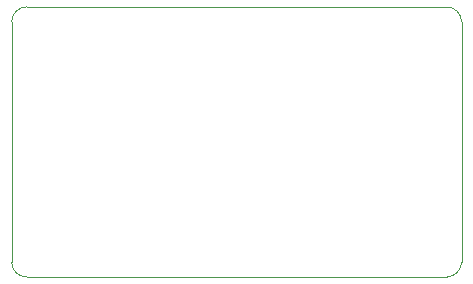
<source format=gbr>
%TF.GenerationSoftware,KiCad,Pcbnew,(5.1.10)-1*%
%TF.CreationDate,2023-02-26T17:14:06+05:00*%
%TF.ProjectId,Open_Loop_DC_Motor_Speed_Control_Project,4f70656e-5f4c-46f6-9f70-5f44435f4d6f,rev?*%
%TF.SameCoordinates,Original*%
%TF.FileFunction,Profile,NP*%
%FSLAX46Y46*%
G04 Gerber Fmt 4.6, Leading zero omitted, Abs format (unit mm)*
G04 Created by KiCad (PCBNEW (5.1.10)-1) date 2023-02-26 17:14:06*
%MOMM*%
%LPD*%
G01*
G04 APERTURE LIST*
%TA.AperFunction,Profile*%
%ADD10C,0.050000*%
%TD*%
G04 APERTURE END LIST*
D10*
X104140000Y-55245000D02*
X139700000Y-55245000D01*
X104140000Y-55245000D02*
G75*
G02*
X102870000Y-53975000I0J1270000D01*
G01*
X140970000Y-53975000D02*
G75*
G02*
X139700000Y-55245000I-1270000J0D01*
G01*
X140970000Y-33655000D02*
X140970000Y-53975000D01*
X102870000Y-33655000D02*
X102870000Y-53975000D01*
X139700000Y-32385000D02*
G75*
G02*
X140970000Y-33655000I0J-1270000D01*
G01*
X102870000Y-33655000D02*
G75*
G02*
X104140000Y-32385000I1270000J0D01*
G01*
X104140000Y-32385000D02*
X139700000Y-32385000D01*
M02*

</source>
